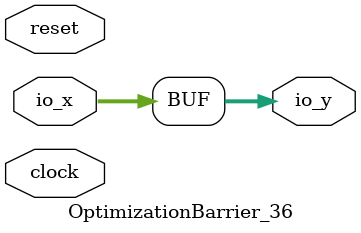
<source format=v>
module OptimizationBarrier_36(
  input        clock,
  input        reset,
  input  [2:0] io_x,
  output [2:0] io_y
);
  assign io_y = io_x; // @[package.scala 263:12]
endmodule

</source>
